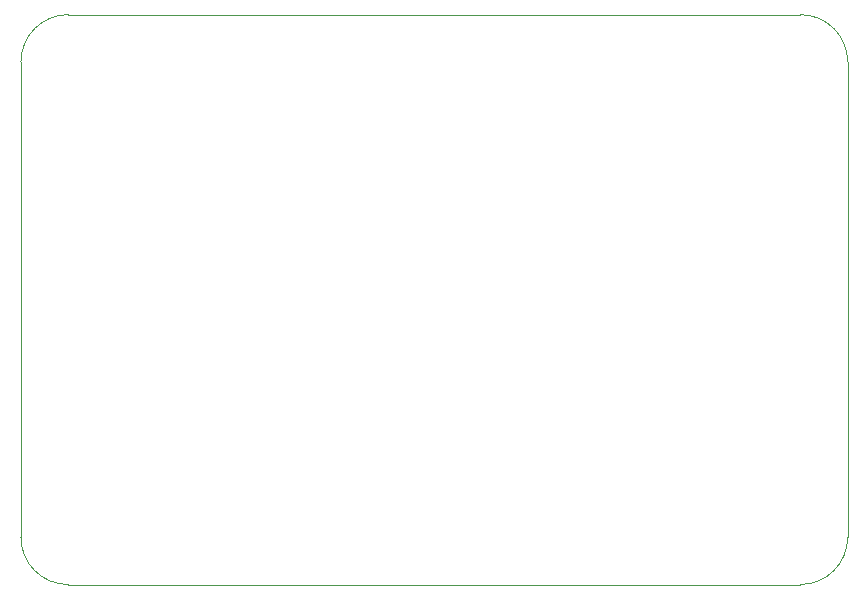
<source format=gbr>
%TF.GenerationSoftware,KiCad,Pcbnew,(6.0.2)*%
%TF.CreationDate,2022-03-05T17:56:55+01:00*%
%TF.ProjectId,PCB_stepper,5043425f-7374-4657-9070-65722e6b6963,rev?*%
%TF.SameCoordinates,Original*%
%TF.FileFunction,Profile,NP*%
%FSLAX46Y46*%
G04 Gerber Fmt 4.6, Leading zero omitted, Abs format (unit mm)*
G04 Created by KiCad (PCBNEW (6.0.2)) date 2022-03-05 17:56:55*
%MOMM*%
%LPD*%
G01*
G04 APERTURE LIST*
%TA.AperFunction,Profile*%
%ADD10C,0.038100*%
%TD*%
G04 APERTURE END LIST*
D10*
X178250000Y-60000000D02*
X178250000Y-100250000D01*
X108250000Y-100250000D02*
G75*
G03*
X112250000Y-104250000I4000000J0D01*
G01*
X112250000Y-56000000D02*
X174250000Y-56000000D01*
X108250000Y-100250000D02*
X108250000Y-60000000D01*
X178250000Y-60000000D02*
G75*
G03*
X174250000Y-56000000I-4000000J0D01*
G01*
X112250000Y-56000000D02*
G75*
G03*
X108250000Y-60000000I0J-4000000D01*
G01*
X174250000Y-104250000D02*
G75*
G03*
X178250000Y-100250000I0J4000000D01*
G01*
X174250000Y-104250000D02*
X112250000Y-104250000D01*
M02*

</source>
